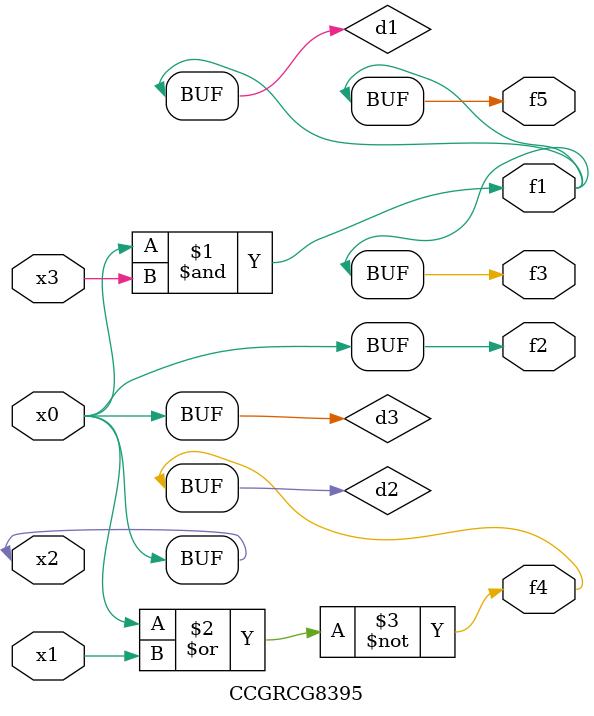
<source format=v>
module CCGRCG8395(
	input x0, x1, x2, x3,
	output f1, f2, f3, f4, f5
);

	wire d1, d2, d3;

	and (d1, x2, x3);
	nor (d2, x0, x1);
	buf (d3, x0, x2);
	assign f1 = d1;
	assign f2 = d3;
	assign f3 = d1;
	assign f4 = d2;
	assign f5 = d1;
endmodule

</source>
